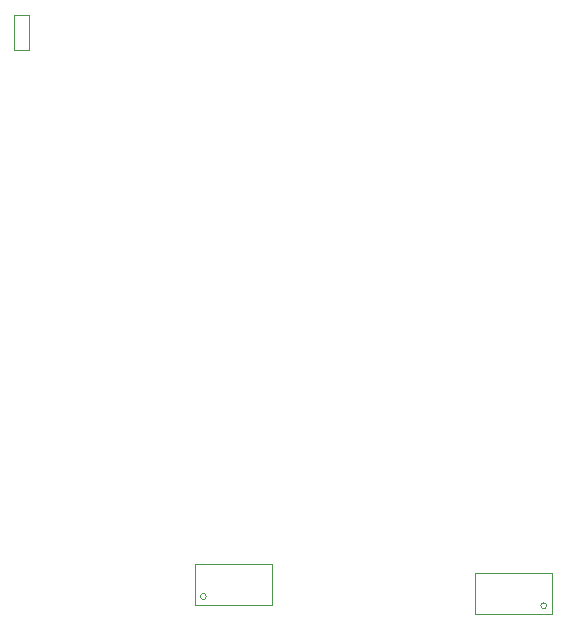
<source format=gbr>
%TF.GenerationSoftware,Altium Limited,Altium Designer,22.3.1 (43)*%
G04 Layer_Color=16711935*
%FSLAX26Y26*%
%MOIN*%
%TF.SameCoordinates,A6686B76-6886-4B69-866F-DC8958589E3E*%
%TF.FilePolarity,Positive*%
%TF.FileFunction,Other,Mechanical_13*%
%TF.Part,Single*%
G01*
G75*
%TA.AperFunction,NonConductor*%
%ADD100C,0.003937*%
D100*
X1949685Y635000D02*
G03*
X1949685Y635000I-9842J0D01*
G01*
X815000Y665724D02*
G03*
X815000Y665724I-9842J0D01*
G01*
X1712048Y606102D02*
X1967952D01*
X1712048Y743898D02*
X1967952D01*
Y606102D02*
Y743898D01*
X1712048Y606102D02*
Y743898D01*
X777048Y636826D02*
X1032952D01*
X777048Y774622D02*
X1032952D01*
X777048Y636826D02*
Y774622D01*
X1032952Y636826D02*
Y774622D01*
X225590Y2485944D02*
Y2604056D01*
X174410Y2485944D02*
Y2604056D01*
Y2485944D02*
X225590D01*
X174410Y2604056D02*
X225590D01*
%TF.MD5,e0ba518f9259ef0ff4f3e95db7868240*%
M02*

</source>
